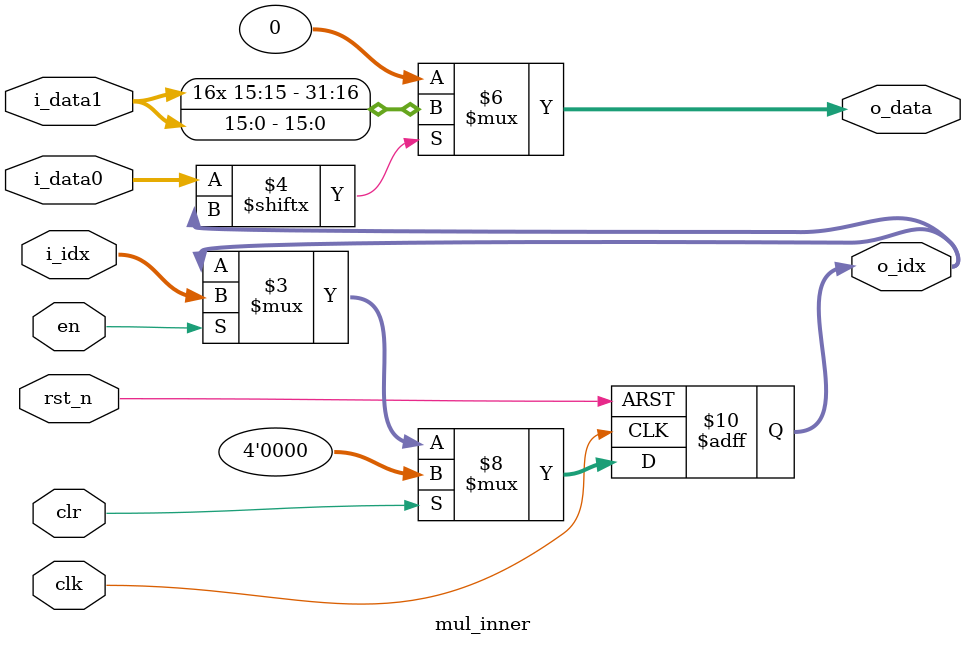
<source format=sv>
`ifndef _mul_inner_
`define _mul_inner_

module mul_inner #(
    parameter WIDTH=16,
    parameter DEPTH=4
) (
    input logic clk,
    input logic rst_n,
    input logic en,
    input logic clr,
    input logic [DEPTH-1 : 0] i_idx,
    input logic signed [WIDTH-1 : 0] i_data0,
    input logic signed [WIDTH-1 : 0] i_data1,
    output logic [DEPTH-1 : 0] o_idx,
    output logic signed [WIDTH*2-1 : 0] o_data
);

    always_ff @(posedge clk or negedge rst_n) begin : o_idx_0
        if (~rst_n) begin
            o_idx <= 0;
        end else begin
            if (clr) begin
                o_idx <= 0;
            end else begin
                o_idx <= en ? i_idx : o_idx;
            end
        end
    end

    assign o_data = (i_data0[o_idx] ? i_data1 : 0);
    
endmodule

`endif
</source>
